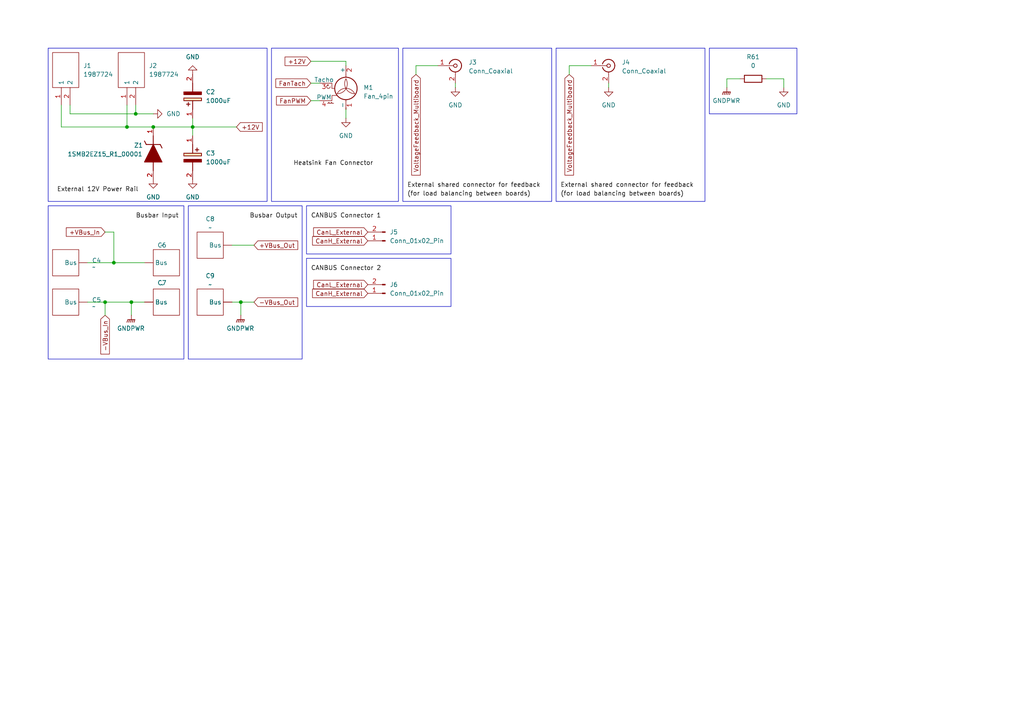
<source format=kicad_sch>
(kicad_sch (version 20231120) (generator "eeschema") (generator_version "8.0")
  (paper "A4")
  (title_block (title "5kw Modular Traction Inverter Boost Converter") (date "2025-02-02") (rev "1") (company "Rail Vehicle Traction Inverter") (comment 1 "UCSC") (comment 2 "Connectors"))
  (lib_symbols
    (symbol "Connector:Conn_01x02_Pin" (pin_names (offset 1.016) hide)
      (property "Reference" "J" (at 0 2.54 0))
      (property "Value" "Conn_01x02_Pin" (at 0 -5.08 0))
      (symbol "Conn_01x02_Pin_1_1"
        (polyline (pts (xy 1.27 -2.54) (xy 0.8636 -2.54)) (stroke (width 0.1524)))
        (polyline (pts (xy 1.27 0) (xy 0.8636 0)) (stroke (width 0.1524)))
        (rectangle (start 0.8636 -2.413) (end 0 -2.667) (stroke (width 0.1524)) (fill (type outline)))
        (rectangle (start 0.8636 0.127) (end 0 -0.127) (stroke (width 0.1524)) (fill (type outline)))
        (pin passive line (at 5.08 0 180) (length 3.81) (name "Pin_1") (number "1"))
        (pin passive line (at 5.08 -2.54 180) (length 3.81) (name "Pin_2") (number "2"))
      )
    )
    (symbol "Connector:Conn_Coaxial" (pin_names (offset 1.016) hide)
      (property "Reference" "J" (at 0.254 3.048 0))
      (property "Value" "Conn_Coaxial" (at 2.921 0 90))
      (symbol "Conn_Coaxial_0_1"
        (arc (start -1.778 -0.508) (mid 0.2311 -1.8066) (end 1.778 0) (stroke (width 0.254)))
        (polyline (pts (xy -2.54 0) (xy -0.508 0)))
        (polyline (pts (xy 0 -2.54) (xy 0 -1.778)))
        (circle (center 0 0) (radius 0.508) (stroke (width 0.2032)))
        (arc (start 1.778 0) (mid 0.2099 1.8101) (end -1.778 0.508) (stroke (width 0.254)))
      )
      (symbol "Conn_Coaxial_1_1"
        (pin passive line (at -5.08 0 0) (length 2.54) (name "In") (number "1"))
        (pin passive line (at 0 -5.08 90) (length 2.54) (name "Ext") (number "2"))
      )
    )
    (symbol "Device:R" (pin_numbers hide) (pin_names (offset 0))
      (property "Reference" "R" (at 2.032 0 90))
      (property "Value" "R" (at 0 0 90))
      (symbol "R_0_1"
        (rectangle (start -1.016 -2.54) (end 1.016 2.54) (stroke (width 0.254)))
      )
      (symbol "R_1_1"
        (pin passive line (at 0 3.81 270) (length 1.27) (name "~") (number "1"))
        (pin passive line (at 0 -3.81 90) (length 1.27) (name "~") (number "2"))
      )
    )
    (symbol "InverterCom:1987724" (pin_names (offset 0.762))
      (property "Reference" "J" (at 16.51 7.62 0))
      (property "Value" "1987724" (at 16.51 5.08 0))
      (symbol "1987724_0_0"
        (pin passive line (at 0 0 0) (length 5.08) (name "1") (number "1"))
        (pin passive line (at 0 -2.54 0) (length 5.08) (name "2") (number "2"))
      )
      (symbol "1987724_0_1"
        (polyline (pts (xy 5.08 2.54) (xy 15.24 2.54) (xy 15.24 -5.08) (xy 5.08 -5.08) (xy 5.08 2.54)) (stroke (width 0.1524)))
      )
    )
    (symbol "InverterCom:1SMB2EZ15_R1_00001" (pin_names hide)
      (property "Reference" "Z" (at 10.16 8.89 0))
      (property "Value" "1SMB2EZ15_R1_00001" (at 10.16 6.35 0))
      (symbol "1SMB2EZ15_R1_00001_1_1"
        (polyline (pts (xy 2.54 0) (xy 5.08 0)) (stroke (width 0.254)))
        (polyline (pts (xy 4.064 -2.54) (xy 5.08 -2.032)) (stroke (width 0.254)))
        (polyline (pts (xy 5.08 2.032) (xy 5.08 -2.032)) (stroke (width 0.254)))
        (polyline (pts (xy 5.08 2.032) (xy 6.096 2.54)) (stroke (width 0.254)))
        (polyline (pts (xy 12.7 0) (xy 10.16 0)) (stroke (width 0.254)))
        (polyline (pts (xy 5.08 0) (xy 10.16 2.54) (xy 10.16 -2.54) (xy 5.08 0)) (stroke (width 0.254)) (fill (type outline)))
        (pin passive line (at 0 0 0) (length 2.54) (name "K") (number "1"))
        (pin passive line (at 15.24 0 180) (length 2.54) (name "A") (number "2"))
      )
    )
    (symbol "InverterCom:BusBarConnection"
      (property "Reference" "C" (at 0 7.112 0))
      (symbol "BusBarConnection_0_1"
        (rectangle (start -3.81 3.81) (end 3.81 -3.81))
      )
      (symbol "BusBarConnection_1_1"
        (pin passive line (at 6.35 0 180) (length 2.54) (name "Bus") (number ""))
      )
    )
    (symbol "InverterCom:UVY1E102MPD1TD" (pin_names hide)
      (property "Reference" "C" (at 8.89 6.35 0))
      (property "Value" "UVY1E102MPD1TD" (at 8.89 3.81 0))
      (symbol "UVY1E102MPD1TD_1_1"
        (polyline (pts (xy 2.54 0) (xy 5.08 0)) (stroke (width 0.254)))
        (polyline (pts (xy 4.064 1.778) (xy 4.064 0.762)) (stroke (width 0.254)))
        (polyline (pts (xy 4.572 1.27) (xy 3.556 1.27)) (stroke (width 0.254)))
        (polyline (pts (xy 7.62 0) (xy 10.16 0)) (stroke (width 0.254)))
        (polyline (pts (xy 7.62 2.54) (xy 7.62 -2.54) (xy 6.858 -2.54) (xy 6.858 2.54) (xy 7.62 2.54)) (stroke (width 0.254)) (fill (type outline)))
        (rectangle (start 5.08 2.54) (end 5.842 -2.54) (stroke (width 0.254)) (fill (type background)))
        (pin passive line (at 0 0 0) (length 2.54) (name "+") (number "1"))
        (pin passive line (at 12.7 0 180) (length 2.54) (name "-") (number "2"))
      )
    )
    (symbol "Motor:Fan_4pin" (pin_names (offset 0))
      (property "Reference" "M" (at 2.54 5.08 0))
      (property "Value" "Fan_4pin" (at 2.54 -2.54 0))
      (symbol "Fan_4pin_0_0"
        (arc (start -5.588 1.524) (mid -5.08 1.0182) (end -4.572 1.524))
        (arc (start -5.08 2.032) (mid -5.4392 1.8832) (end -5.588 1.524))
        (polyline (pts (xy -5.08 2.032) (xy -5.334 2.159)))
        (polyline (pts (xy -5.08 2.032) (xy -5.207 1.778)))
        (polyline (pts (xy -4.064 2.54) (xy -4.064 1.016) (xy -3.302 1.016)))
      )
      (symbol "Fan_4pin_0_1"
        (arc (start -2.54 -0.508) (mid 0.0028 0.9121) (end 0 3.81))
        (polyline (pts (xy -4.064 2.54) (xy -5.08 2.54)))
        (polyline (pts (xy 0 -5.08) (xy 0 -4.572)))
        (polyline (pts (xy 0 -2.2352) (xy 0 -2.6416)))
        (polyline (pts (xy 0 4.2672) (xy 0 4.6228)))
        (polyline (pts (xy 0 4.572) (xy 0 5.08)))
        (polyline (pts (xy -2.54 -1.016) (xy -4.064 -1.016) (xy -4.064 -2.54) (xy -5.08 -2.54)))
        (polyline (pts (xy -5.334 -3.302) (xy -5.08 -3.302) (xy -5.08 -3.048) (xy -4.826 -3.048) (xy -4.826 -3.302) (xy -4.318 -3.302) (xy -4.318 -3.048) (xy -4.064 -3.048) (xy -4.064 -3.302) (xy -3.556 -3.302)))
        (circle (center 0 1.016) (radius 3.2512) (stroke (width 0.254)))
        (arc (start 0 3.81) (mid 0.053 0.921) (end 2.54 -0.508))
        (arc (start 2.54 -0.508) (mid 0 1.0618) (end -2.54 -0.508))
      )
      (symbol "Fan_4pin_1_1"
        (pin passive line (at 0 -5.08 90) (length 2.54) (name "-") (number "1"))
        (pin passive line (at 0 7.62 270) (length 2.54) (name "+") (number "2"))
        (pin passive line (at -7.62 2.54 0) (length 2.54) (name "Tacho") (number "3"))
        (pin input line (at -7.62 -2.54 0) (length 2.54) (name "PWM") (number "4"))
      )
    )
    (symbol "power:GND" (power) (pin_numbers hide) (pin_names (offset 0) hide)
      (property "Value" "GND" (at 0 -3.81 0))
      (symbol "GND_0_1"
        (polyline (pts (xy 0 0) (xy 0 -1.27) (xy 1.27 -1.27) (xy 0 -2.54) (xy -1.27 -1.27) (xy 0 -1.27)))
      )
      (symbol "GND_1_1"
        (pin power_in line (at 0 0 270) (length 0) (name "~") (number "1"))
      )
    )
    (symbol "power:GNDPWR" (power) (pin_numbers hide) (pin_names (offset 0) hide)
      (property "Value" "GNDPWR" (at 0 -3.302 0))
      (symbol "GNDPWR_0_1"
        (polyline (pts (xy 0 -1.27) (xy 0 0)))
        (polyline (pts (xy -1.016 -1.27) (xy -1.27 -2.032) (xy -1.27 -2.032)) (stroke (width 0.2032)))
        (polyline (pts (xy -0.508 -1.27) (xy -0.762 -2.032) (xy -0.762 -2.032)) (stroke (width 0.2032)))
        (polyline (pts (xy 0 -1.27) (xy -0.254 -2.032) (xy -0.254 -2.032)) (stroke (width 0.2032)))
        (polyline (pts (xy 0.508 -1.27) (xy 0.254 -2.032) (xy 0.254 -2.032)) (stroke (width 0.2032)))
        (polyline (pts (xy 1.016 -1.27) (xy -1.016 -1.27) (xy -1.016 -1.27)) (stroke (width 0.2032)))
        (polyline (pts (xy 1.016 -1.27) (xy 0.762 -2.032) (xy 0.762 -2.032) (xy 0.762 -2.032)) (stroke (width 0.2032)))
      )
      (symbol "GNDPWR_1_1"
        (pin power_in line (at 0 0 270) (length 0) (name "~") (number "1"))
      )
    )
  )
  (junction (at 39.37 33.02))
  (junction (at 36.83 36.83))
  (junction (at 55.88 36.83))
  (junction (at 44.45 36.83))
  (junction (at 33.02 76.2))
  (junction (at 38.1 87.63))
  (junction (at 69.85 87.63))
  (junction (at 30.48 87.63))
  (wire (pts (xy 36.83 36.83) (xy 17.78 36.83)))
  (wire (pts (xy 176.53 24.13) (xy 176.53 25.4)))
  (wire (pts (xy 36.83 36.83) (xy 44.45 36.83)))
  (wire (pts (xy 39.37 33.02) (xy 39.37 30.48)))
  (wire (pts (xy 25.4 87.63) (xy 30.48 87.63)))
  (wire (pts (xy 36.83 30.48) (xy 36.83 36.83)))
  (wire (pts (xy 39.37 33.02) (xy 44.45 33.02)))
  (wire (pts (xy 30.48 87.63) (xy 38.1 87.63)))
  (wire (pts (xy 90.17 24.13) (xy 92.71 24.13)))
  (wire (pts (xy 100.33 17.78) (xy 100.33 19.05)))
  (wire (pts (xy 132.08 24.13) (xy 132.08 25.4)))
  (wire (pts (xy 33.02 67.31) (xy 30.48 67.31)))
  (wire (pts (xy 44.45 36.83) (xy 55.88 36.83)))
  (wire (pts (xy 165.1 21.59) (xy 165.1 19.05)))
  (wire (pts (xy 222.25 22.86) (xy 227.33 22.86)))
  (wire (pts (xy 90.17 17.78) (xy 100.33 17.78)))
  (wire (pts (xy 100.33 31.75) (xy 100.33 34.29)))
  (wire (pts (xy 33.02 76.2) (xy 41.91 76.2)))
  (wire (pts (xy 210.82 22.86) (xy 210.82 25.4)))
  (wire (pts (xy 33.02 67.31) (xy 33.02 76.2)))
  (wire (pts (xy 120.65 21.59) (xy 120.65 19.05)))
  (wire (pts (xy 67.31 87.63) (xy 69.85 87.63)))
  (wire (pts (xy 20.32 33.02) (xy 39.37 33.02)))
  (wire (pts (xy 69.85 87.63) (xy 73.66 87.63)))
  (wire (pts (xy 20.32 30.48) (xy 20.32 33.02)))
  (wire (pts (xy 25.4 76.2) (xy 33.02 76.2)))
  (wire (pts (xy 55.88 36.83) (xy 55.88 39.37)))
  (wire (pts (xy 38.1 87.63) (xy 38.1 91.44)))
  (wire (pts (xy 38.1 87.63) (xy 41.91 87.63)))
  (wire (pts (xy 165.1 19.05) (xy 171.45 19.05)))
  (wire (pts (xy 17.78 36.83) (xy 17.78 30.48)))
  (wire (pts (xy 210.82 22.86) (xy 214.63 22.86)))
  (wire (pts (xy 30.48 87.63) (xy 30.48 91.44)))
  (wire (pts (xy 67.31 71.12) (xy 73.66 71.12)))
  (wire (pts (xy 69.85 87.63) (xy 69.85 91.44)))
  (wire (pts (xy 227.33 22.86) (xy 227.33 25.4)))
  (wire (pts (xy 120.65 19.05) (xy 127 19.05)))
  (wire (pts (xy 90.17 29.21) (xy 92.71 29.21)))
  (wire (pts (xy 55.88 34.29) (xy 55.88 36.83)))
  (wire (pts (xy 55.88 36.83) (xy 68.58 36.83)))
  (rectangle (start 88.9 74.93) (end 130.81 88.9))
  (rectangle (start 205.74 13.97) (end 231.14 33.02))
  (rectangle (start 13.97 13.97) (end 77.47 58.42))
  (rectangle (start 161.29 13.97) (end 204.47 58.42))
  (rectangle (start 78.74 13.97) (end 115.57 58.42))
  (rectangle (start 54.61 59.69) (end 87.63 104.14))
  (rectangle (start 88.9 59.69) (end 130.81 73.66))
  (rectangle (start 116.84 13.97) (end 160.02 58.42))
  (rectangle (start 13.97 59.69) (end 53.34 104.14))
  (label "CANBUS Connector 2" (at 90.17 78.74 0))
  (label "External shared connector for feedback" (at 162.56 54.61 0))
  (label "External 12V Power Rail" (at 16.51 55.88 0))
  (label "External shared connector for feedback" (at 118.11 54.61 0))
  (label "CANBUS Connector 1" (at 90.17 63.5 0))
  (label "(for load balancing between boards)" (at 118.11 57.15 0))
  (label "(for load balancing between boards)" (at 162.56 57.15 0))
  (label "Busbar Input" (at 39.37 63.5 0))
  (label "Busbar Output" (at 72.39 63.5 0))
  (label "Heatsink Fan Connector" (at 85.09 48.26 0))
  (global_label "FanTach" (shape input) (at 90.17 24.13 180) (property "Intersheetrefs" "${INTERSHEET_REFS}" (effects (hide yes))))
  (global_label "-VBus_In" (shape input) (at 30.48 91.44 270) (property "Intersheetrefs" "${INTERSHEET_REFS}" (effects (hide yes))))
  (global_label "CanL_External" (shape input) (at 106.68 82.55 180) (property "Intersheetrefs" "${INTERSHEET_REFS}" (effects (hide yes))))
  (global_label "+VBus_Out" (shape input) (at 73.66 71.12 0) (property "Intersheetrefs" "${INTERSHEET_REFS}" (effects (hide yes))))
  (global_label "+12V" (shape input) (at 90.17 17.78 180) (property "Intersheetrefs" "${INTERSHEET_REFS}" (effects (hide yes))))
  (global_label "+12V" (shape input) (at 68.58 36.83 0) (property "Intersheetrefs" "${INTERSHEET_REFS}" (effects (hide yes))))
  (global_label "VoltageFeedback_Multiboard" (shape input) (at 165.1 21.59 270) (property "Intersheetrefs" "${INTERSHEET_REFS}" (effects (hide yes))))
  (global_label "CanH_External" (shape input) (at 106.68 69.85 180) (property "Intersheetrefs" "${INTERSHEET_REFS}" (effects (hide yes))))
  (global_label "FanPWM" (shape input) (at 90.17 29.21 180) (property "Intersheetrefs" "${INTERSHEET_REFS}" (effects (hide yes))))
  (global_label "-VBus_Out" (shape input) (at 73.66 87.63 0) (property "Intersheetrefs" "${INTERSHEET_REFS}" (effects (hide yes))))
  (global_label "CanL_External" (shape input) (at 106.68 67.31 180) (property "Intersheetrefs" "${INTERSHEET_REFS}" (effects (hide yes))))
  (global_label "VoltageFeedback_Multiboard" (shape input) (at 120.65 21.59 270) (property "Intersheetrefs" "${INTERSHEET_REFS}" (effects (hide yes))))
  (global_label "CanH_External" (shape input) (at 106.68 85.09 180) (property "Intersheetrefs" "${INTERSHEET_REFS}" (effects (hide yes))))
  (global_label "+VBus_In" (shape input) (at 30.48 67.31 180) (property "Intersheetrefs" "${INTERSHEET_REFS}" (effects (hide yes))))
  (symbol (lib_id "power:GND") (at 132.08 25.4 0) (unit 1)
    (property "Reference" "#PWR076" (effects (hide yes)))
    (property "Value" "GND" (at 132.08 30.48 0))
    (property "Description" "Power symbol creates a global label with name \"GND\" , ground" (effects (hide yes)))
  )
  (symbol (lib_id "power:GNDPWR") (at 38.1 91.44 0) (unit 1)
    (property "Reference" "#PWR09" (effects (hide yes)))
    (property "Value" "GNDPWR" (at 37.973 95.25 0))
    (property "Description" "Power symbol creates a global label with name \"GNDPWR\" , global ground" (effects (hide yes)))
  )
  (symbol (lib_id "power:GND") (at 44.45 52.07 0) (unit 1)
    (property "Reference" "#PWR02" (effects (hide yes)))
    (property "Value" "GND" (at 44.45 57.15 0))
    (property "Description" "Power symbol creates a global label with name \"GND\" , ground" (effects (hide yes)))
  )
  (symbol (lib_id "Motor:Fan_4pin") (at 100.33 26.67 0) (unit 1)
    (property "Reference" "M1" (at 105.41 25.3999 0) (effects (justify left)))
    (property "Value" "Fan_4pin" (at 105.41 27.9399 0) (effects (justify left)))
    (property "Datasheet" "http://www.formfactors.org/developer%5Cspecs%5Crev1_2_public.pdf" (effects (hide yes)))
    (property "Description" "Fan, tacho output, PWM input, 4-pin connector" (effects (hide yes)))
  )
  (symbol (lib_id "power:GND") (at 55.88 52.07 0) (unit 1)
    (property "Reference" "#PWR05" (effects (hide yes)))
    (property "Value" "GND" (at 55.88 57.15 0))
    (property "Description" "Power symbol creates a global label with name \"GND\" , ground" (effects (hide yes)))
  )
  (symbol (lib_id "InverterCom:1987724") (at 17.78 30.48 90) (unit 1)
    (property "Reference" "J1" (at 24.13 19.0499 90) (effects (justify right)))
    (property "Value" "1987724" (at 24.13 21.5899 90) (effects (justify right)))
    (property "Footprint" "1987724" (effects (hide yes)))
    (property "Datasheet" "https://datasheet.datasheetarchive.com/originals/distributors/Datasheets-DGA18/1075322.pdf" (effects (hide yes)))
    (property "Description" "Phoenix Contact PT 2.5/ 2-5.0-V PCB Terminal Block, 2 Way/Pole, Screw Terminals, 20  10 AWG Through Hole," (effects (hide yes)))
    (property "Description_1" "Phoenix Contact PT 2.5/ 2-5.0-V PCB Terminal Block, 2 Way/Pole, Screw Terminals, 20  10 AWG Through Hole," (effects (hide yes)))
    (property "Height" "9.15" (effects (hide yes)))
    (property "Mouser Part Number" "651-1987724" (effects (hide yes)))
    (property "Mouser Price/Stock" "https://www.mouser.co.uk/ProductDetail/Phoenix-Contact/1987724?qs=gjk32EaArKIePzXcIKo3jg%3D%3D" (effects (hide yes)))
    (property "Manufacturer_Name" "Phoenix Contact" (effects (hide yes)))
    (property "Manufacturer_Part_Number" "1987724" (effects (hide yes)))
  )
  (symbol (lib_id "InverterCom:1987724") (at 36.83 30.48 90) (unit 1)
    (property "Reference" "J2" (at 43.18 19.0499 90) (effects (justify right)))
    (property "Value" "1987724" (at 43.18 21.5899 90) (effects (justify right)))
    (property "Footprint" "1987724" (effects (hide yes)))
    (property "Datasheet" "https://datasheet.datasheetarchive.com/originals/distributors/Datasheets-DGA18/1075322.pdf" (effects (hide yes)))
    (property "Description" "Phoenix Contact PT 2.5/ 2-5.0-V PCB Terminal Block, 2 Way/Pole, Screw Terminals, 20  10 AWG Through Hole," (effects (hide yes)))
    (property "Description_1" "Phoenix Contact PT 2.5/ 2-5.0-V PCB Terminal Block, 2 Way/Pole, Screw Terminals, 20  10 AWG Through Hole," (effects (hide yes)))
    (property "Height" "9.15" (effects (hide yes)))
    (property "Mouser Part Number" "651-1987724" (effects (hide yes)))
    (property "Mouser Price/Stock" "https://www.mouser.co.uk/ProductDetail/Phoenix-Contact/1987724?qs=gjk32EaArKIePzXcIKo3jg%3D%3D" (effects (hide yes)))
    (property "Manufacturer_Name" "Phoenix Contact" (effects (hide yes)))
    (property "Manufacturer_Part_Number" "1987724" (effects (hide yes)))
  )
  (symbol (lib_id "InverterCom:BusBarConnection") (at 48.26 87.63 180) (unit 1)
    (property "Reference" "C7" (at 46.99 82.042 0))
    (property "Value" "~" (at 46.99 82.55 0))
  )
  (symbol (lib_id "power:GND") (at 100.33 34.29 0) (unit 1)
    (property "Reference" "#PWR08" (effects (hide yes)))
    (property "Value" "GND" (at 100.33 39.37 0))
    (property "Description" "Power symbol creates a global label with name \"GND\" , ground" (effects (hide yes)))
  )
  (symbol (lib_id "InverterCom:BusBarConnection") (at 19.05 87.63 0) (unit 1)
    (property "Reference" "C5" (at 26.67 86.9949 0) (effects (justify left)))
    (property "Value" "~" (at 26.67 88.9 0) (effects (justify left)))
  )
  (symbol (lib_id "power:GNDPWR") (at 69.85 91.44 0) (unit 1)
    (property "Reference" "#PWR010" (effects (hide yes)))
    (property "Value" "GNDPWR" (at 69.723 95.25 0))
    (property "Description" "Power symbol creates a global label with name \"GNDPWR\" , global ground" (effects (hide yes)))
  )
  (symbol (lib_id "power:GND") (at 55.88 21.59 180) (unit 1)
    (property "Reference" "#PWR04" (effects (hide yes)))
    (property "Value" "GND" (at 55.88 16.51 0))
    (property "Description" "Power symbol creates a global label with name \"GND\" , ground" (effects (hide yes)))
  )
  (symbol (lib_id "power:GND") (at 227.33 25.4 0) (unit 1)
    (property "Reference" "#PWR078" (effects (hide yes)))
    (property "Value" "GND" (at 227.33 30.48 0))
    (property "Description" "Power symbol creates a global label with name \"GND\" , ground" (effects (hide yes)))
  )
  (symbol (lib_id "Connector:Conn_01x02_Pin") (at 111.76 69.85 180) (unit 1)
    (property "Reference" "J5" (at 113.03 67.3099 0) (effects (justify right)))
    (property "Value" "Conn_01x02_Pin" (at 113.03 69.8499 0) (effects (justify right)))
    (property "Description" "Generic connector, single row, 01x02, script generated" (effects (hide yes)))
  )
  (symbol (lib_id "power:GND") (at 176.53 25.4 0) (unit 1)
    (property "Reference" "#PWR079" (effects (hide yes)))
    (property "Value" "GND" (at 176.53 30.48 0))
    (property "Description" "Power symbol creates a global label with name \"GND\" , ground" (effects (hide yes)))
  )
  (symbol (lib_id "InverterCom:BusBarConnection") (at 60.96 71.12 0) (unit 1)
    (property "Reference" "C8" (at 60.96 63.5 0))
    (property "Value" "~" (at 60.96 66.04 0))
  )
  (symbol (lib_id "Device:R") (at 218.44 22.86 90) (unit 1)
    (property "Reference" "R61" (at 218.44 16.51 90))
    (property "Value" "0" (at 218.44 19.05 90))
    (property "Footprint" "1210" (effects (hide yes)))
    (property "Description" "Resistor" (effects (hide yes)))
  )
  (symbol (lib_id "InverterCom:UVY1E102MPD1TD") (at 55.88 39.37 270) (unit 1)
    (property "Reference" "C3" (at 59.69 44.4499 90) (effects (justify left)))
    (property "Value" "1000uF" (at 59.69 46.9899 90) (effects (justify left)))
    (property "Footprint" "CAPPRD500W60D1025H1750" (effects (hide yes)))
    (property "Datasheet" "https://componentsearchengine.com/Datasheets/5/UVY1E102MPD1TD.pdf" (effects (hide yes)))
    (property "Description" "Cap Aluminum Lytic 1000uF 25V 20% (10 X 16mm) Radial 5mm 610mA 1000h 105C Ammo" (effects (hide yes)))
    (property "Height" "17.5" (effects (hide yes)))
    (property "Mouser Part Number" "647-UVY1E102MPD1TD" (effects (hide yes)))
    (property "Mouser Price/Stock" "https://www.mouser.co.uk/ProductDetail/Nichicon/UVY1E102MPD1TD?qs=gtReTMvImqniEnVqgrfK9Q%3D%3D" (effects (hide yes)))
    (property "Manufacturer_Name" "Nichicon" (effects (hide yes)))
    (property "Manufacturer_Part_Number" "UVY1E102MPD1TD" (effects (hide yes)))
  )
  (symbol (lib_id "power:GNDPWR") (at 210.82 25.4 0) (unit 1)
    (property "Reference" "#PWR077" (effects (hide yes)))
    (property "Value" "GNDPWR" (at 210.693 29.21 0))
    (property "Description" "Power symbol creates a global label with name \"GNDPWR\" , global ground" (effects (hide yes)))
  )
  (symbol (lib_id "InverterCom:UVY1E102MPD1TD") (at 55.88 34.29 90) (unit 1)
    (property "Reference" "C2" (at 59.69 26.6699 90) (effects (justify right)))
    (property "Value" "1000uF" (at 59.69 29.2099 90) (effects (justify right)))
    (property "Footprint" "CAPPRD500W60D1025H1750" (effects (hide yes)))
    (property "Datasheet" "https://componentsearchengine.com/Datasheets/5/UVY1E102MPD1TD.pdf" (effects (hide yes)))
    (property "Description" "Cap Aluminum Lytic 1000uF 25V 20% (10 X 16mm) Radial 5mm 610mA 1000h 105C Ammo" (effects (hide yes)))
    (property "Height" "17.5" (effects (hide yes)))
    (property "Mouser Part Number" "647-UVY1E102MPD1TD" (effects (hide yes)))
    (property "Mouser Price/Stock" "https://www.mouser.co.uk/ProductDetail/Nichicon/UVY1E102MPD1TD?qs=gtReTMvImqniEnVqgrfK9Q%3D%3D" (effects (hide yes)))
    (property "Manufacturer_Name" "Nichicon" (effects (hide yes)))
    (property "Manufacturer_Part_Number" "UVY1E102MPD1TD" (effects (hide yes)))
  )
  (symbol (lib_id "Connector:Conn_Coaxial") (at 132.08 19.05 0) (unit 1)
    (property "Reference" "J3" (at 135.89 18.0731 0) (effects (justify left)))
    (property "Value" "Conn_Coaxial" (at 135.89 20.6131 0) (effects (justify left)))
    (property "Description" "coaxial connector (BNC, SMA, SMB, SMC, Cinch/RCA, LEMO, ...)" (effects (hide yes)))
  )
  (symbol (lib_id "power:GND") (at 44.45 33.02 90) (unit 1)
    (property "Reference" "#PWR01" (effects (hide yes)))
    (property "Value" "GND" (at 48.26 33.0199 90) (effects (justify right)))
    (property "Description" "Power symbol creates a global label with name \"GND\" , ground" (effects (hide yes)))
  )
  (symbol (lib_id "InverterCom:1SMB2EZ15_R1_00001") (at 44.45 36.83 270) (unit 1)
    (property "Reference" "Z1" (at 38.862 42.164 90) (effects (justify left)))
    (property "Value" "1SMB2EZ15_R1_00001" (at 19.558 44.704 90) (effects (justify left)))
    (property "Footprint" "1SMB2EZ15_R1_00001" (effects (hide yes)))
    (property "Datasheet" "https://www.panjit.com.tw/upload/datasheet/1SMB2EZ6.8_SERIES.pdf" (effects (hide yes)))
    (property "Description" "Zener Diode 15 V 2 W +/-5% Surface Mount SMB (DO-214AA)" (effects (hide yes)))
    (property "Height" "2.44" (effects (hide yes)))
    (property "Mouser Part Number" "241-1SMB2EZ15R100001" (effects (hide yes)))
    (property "Mouser Price/Stock" "https://www.mouser.co.uk/ProductDetail/Panjit/1SMB2EZ15_R1_00001?qs=sPbYRqrBIVlScXzJBeNObw%3D%3D" (effects (hide yes)))
    (property "Manufacturer_Name" "PANJIT" (effects (hide yes)))
    (property "Manufacturer_Part_Number" "1SMB2EZ15_R1_00001" (effects (hide yes)))
  )
  (symbol (lib_id "InverterCom:BusBarConnection") (at 19.05 76.2 0) (unit 1)
    (property "Reference" "C4" (at 26.67 75.5649 0) (effects (justify left)))
    (property "Value" "~" (at 26.67 77.47 0) (effects (justify left)))
  )
  (symbol (lib_id "Connector:Conn_01x02_Pin") (at 111.76 85.09 180) (unit 1)
    (property "Reference" "J6" (at 113.03 82.5499 0) (effects (justify right)))
    (property "Value" "Conn_01x02_Pin" (at 113.03 85.0899 0) (effects (justify right)))
    (property "Description" "Generic connector, single row, 01x02, script generated" (effects (hide yes)))
  )
  (symbol (lib_id "Connector:Conn_Coaxial") (at 176.53 19.05 0) (unit 1)
    (property "Reference" "J4" (at 180.34 18.0731 0) (effects (justify left)))
    (property "Value" "Conn_Coaxial" (at 180.34 20.6131 0) (effects (justify left)))
    (property "Description" "coaxial connector (BNC, SMA, SMB, SMC, Cinch/RCA, LEMO, ...)" (effects (hide yes)))
  )
  (symbol (lib_id "InverterCom:BusBarConnection") (at 60.96 87.63 0) (unit 1)
    (property "Reference" "C9" (at 60.96 80.01 0))
    (property "Value" "~" (at 60.96 82.55 0))
  )
  (symbol (lib_id "InverterCom:BusBarConnection") (at 48.26 76.2 180) (unit 1)
    (property "Reference" "C6" (at 46.99 71.12 0))
    (property "Value" "~" (at 46.99 71.12 0))
  )
)
</source>
